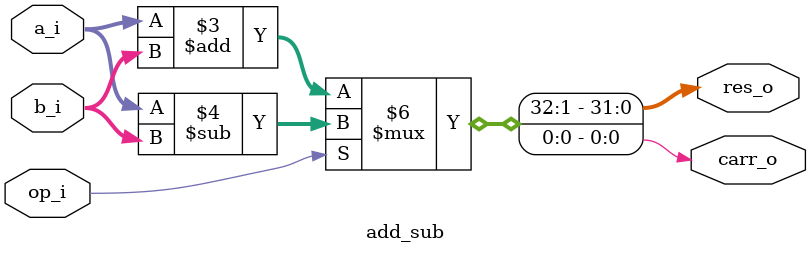
<source format=v>
`timescale 1ns/1ps


module add_sub
#(parameter  integer N = 32)
(
  input [N - 1 : 0] a_i,
  input [N - 1 : 0] b_i,
  input op_i, // Add 0 sub 1
  output [N - 1 : 0] res_o,
  output carr_o
);



always @ * begin
  if (op_i == 1'b0) begin
    {res_o,carr_o} = a_i + b_i;
  end else begin
    {res_o,carr_o} = a_i - b_i;
  end
end

endmodule
</source>
